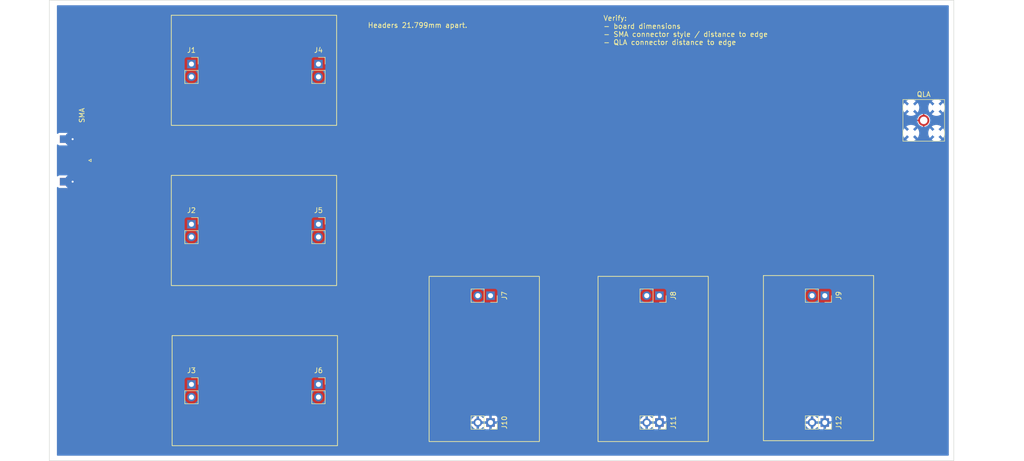
<source format=kicad_pcb>
(kicad_pcb (version 20211014) (generator pcbnew)
  (layers (0 "F.Cu" signal) (31 "B.Cu" signal) (34 "B.Paste" user) (35 "F.Paste" user) (36 "B.SilkS" user "B.Silkscreen") (37 "F.SilkS" user "F.Silkscreen") (38 "B.Mask" user) (39 "F.Mask" user) (44 "Edge.Cuts" user))
  (net 0 "")
  (net 1 "Net-(J4-Pad1)")
  (net 2 "GND")
  (net 3 "Net-(J1-Pad1)")
  (footprint "Connector_PinSocket_2.54mm:PinSocket_1x02_P2.54mm_Vertical" (layer "F.Cu") (at 57.8505 82.75)
    (fp_text reference "J2" (at 0 -2.77) (layer "F.SilkS"))
    (fp_text value "Conn_01x02_Female")
    (fp_line (start 1.33 -1.33) (end 1.33 0) (layer "F.SilkS") (width 0.12))
    (fp_line (start 1.33 1.27) (end 1.33 3.87) (layer "F.SilkS") (width 0.12))
    (fp_line (start 0 -1.33) (end 1.33 -1.33) (layer "F.SilkS") (width 0.12))
    (fp_line (start -1.33 3.87) (end 1.33 3.87) (layer "F.SilkS") (width 0.12))
    (fp_line (start -1.33 1.27) (end 1.33 1.27) (layer "F.SilkS") (width 0.12))
    (fp_line (start -1.33 1.27) (end -1.33 3.87) (layer "F.SilkS") (width 0.12))
    (pad "1" thru_hole rect (at 0 0) (size 1.7 1.7) (drill 1) (layers *.Cu *.Mask) (net 3 "Net-(J1-Pad1)"))
    (pad "2" thru_hole oval (at 0 2.54) (size 1.7 1.7) (drill 1) (layers *.Cu *.Mask) (net 3 "Net-(J1-Pad1)"))
  )
  (footprint "Connector_PinSocket_2.54mm:PinSocket_1x02_P2.54mm_Vertical" (layer "F.Cu") (at 184.25 122.3695 -90)
    (fp_text reference "J12" (at 0 -2.77 90) (layer "F.SilkS"))
    (fp_text value "Conn_01x02_Female")
    (fp_line (start -1.33 3.87) (end 1.33 3.87) (layer "F.SilkS") (width 0.12))
    (fp_line (start 0 -1.33) (end 1.33 -1.33) (layer "F.SilkS") (width 0.12))
    (fp_line (start -1.33 1.27) (end -1.33 3.87) (layer "F.SilkS") (width 0.12))
    (fp_line (start 1.33 -1.33) (end 1.33 0) (layer "F.SilkS") (width 0.12))
    (fp_line (start 1.33 1.27) (end 1.33 3.87) (layer "F.SilkS") (width 0.12))
    (fp_line (start -1.33 1.27) (end 1.33 1.27) (layer "F.SilkS") (width 0.12))
    (pad "1" thru_hole rect (at 0 0 270) (size 1.7 1.7) (drill 1) (layers *.Cu *.Mask) (net 2 "GND"))
    (pad "2" thru_hole oval (at 0 2.54 270) (size 1.7 1.7) (drill 1) (layers *.Cu *.Mask) (net 2 "GND"))
  )
  (footprint "Connector_PinSocket_2.54mm:PinSocket_1x02_P2.54mm_Vertical" (layer "F.Cu") (at 83.19914 114.75)
    (fp_text reference "J6" (at 0 -2.77) (layer "F.SilkS"))
    (fp_text value "Conn_01x02_Female")
    (fp_line (start -1.33 1.27) (end -1.33 3.87) (layer "F.SilkS") (width 0.12))
    (fp_line (start 1.33 -1.33) (end 1.33 0) (layer "F.SilkS") (width 0.12))
    (fp_line (start -1.33 1.27) (end 1.33 1.27) (layer "F.SilkS") (width 0.12))
    (fp_line (start 0 -1.33) (end 1.33 -1.33) (layer "F.SilkS") (width 0.12))
    (fp_line (start -1.33 3.87) (end 1.33 3.87) (layer "F.SilkS") (width 0.12))
    (fp_line (start 1.33 1.27) (end 1.33 3.87) (layer "F.SilkS") (width 0.12))
    (pad "1" thru_hole rect (at 0 0) (size 1.7 1.7) (drill 1) (layers *.Cu *.Mask) (net 1 "Net-(J4-Pad1)"))
    (pad "2" thru_hole oval (at 0 2.54) (size 1.7 1.7) (drill 1) (layers *.Cu *.Mask) (net 1 "Net-(J4-Pad1)"))
  )
  (footprint "Connector_Coaxial:SMA_Amphenol_132289_EdgeMount" (layer "F.Cu") (at 34.1375 70 180)
    (fp_text reference "SMA" (at -1.8625 9 90) (layer "F.SilkS"))
    (fp_text value "Conn_Coaxial")
    (fp_line (start -3.71 0.25) (end -3.21 0) (layer "F.SilkS") (width 0.12))
    (fp_line (start -3.21 0) (end -3.71 -0.25) (layer "F.SilkS") (width 0.12))
    (fp_line (start -3.71 -0.25) (end -3.71 0.25) (layer "F.SilkS") (width 0.12))
    (pad "1" smd rect (at 0 0 270) (size 1.5 5.08) (layers "F.Cu" "F.Paste" "F.Mask") (net 3 "Net-(J1-Pad1)"))
    (pad "2" smd rect (at 0 -4.25 270) (size 1.5 5.08) (layers "B.Cu" "B.Paste" "B.Mask") (net 2 "GND"))
    (pad "2" smd rect (at 0 4.25 270) (size 1.5 5.08) (layers "F.Cu" "F.Paste" "F.Mask") (net 2 "GND"))
    (pad "2" smd rect (at 0 4.25 270) (size 1.5 5.08) (layers "B.Cu" "B.Paste" "B.Mask") (net 2 "GND"))
    (pad "2" smd rect (at 0 -4.25 270) (size 1.5 5.08) (layers "F.Cu" "F.Paste" "F.Mask") (net 2 "GND"))
  )
  (footprint "Connector_PinSocket_2.54mm:PinSocket_1x02_P2.54mm_Vertical" (layer "F.Cu") (at 57.8505 114.75)
    (fp_text reference "J3" (at 0 -2.77) (layer "F.SilkS"))
    (fp_text value "Conn_01x02_Female")
    (fp_line (start -1.33 1.27) (end -1.33 3.87) (layer "F.SilkS") (width 0.12))
    (fp_line (start -1.33 3.87) (end 1.33 3.87) (layer "F.SilkS") (width 0.12))
    (fp_line (start 1.33 -1.33) (end 1.33 0) (layer "F.SilkS") (width 0.12))
    (fp_line (start -1.33 1.27) (end 1.33 1.27) (layer "F.SilkS") (width 0.12))
    (fp_line (start 1.33 1.27) (end 1.33 3.87) (layer "F.SilkS") (width 0.12))
    (fp_line (start 0 -1.33) (end 1.33 -1.33) (layer "F.SilkS") (width 0.12))
    (pad "1" thru_hole rect (at 0 0) (size 1.7 1.7) (drill 1) (layers *.Cu *.Mask) (net 3 "Net-(J1-Pad1)"))
    (pad "2" thru_hole oval (at 0 2.54) (size 1.7 1.7) (drill 1) (layers *.Cu *.Mask) (net 3 "Net-(J1-Pad1)"))
  )
  (footprint "Connector_PinSocket_2.54mm:PinSocket_1x02_P2.54mm_Vertical" (layer "F.Cu") (at 57.8505 50.75)
    (fp_text reference "J1" (at 0 -2.77) (layer "F.SilkS"))
    (fp_text value "Conn_01x02_Female")
    (fp_line (start 1.33 1.27) (end 1.33 3.87) (layer "F.SilkS") (width 0.12))
    (fp_line (start -1.33 1.27) (end -1.33 3.87) (layer "F.SilkS") (width 0.12))
    (fp_line (start -1.33 3.87) (end 1.33 3.87) (layer "F.SilkS") (width 0.12))
    (fp_line (start 1.33 -1.33) (end 1.33 0) (layer "F.SilkS") (width 0.12))
    (fp_line (start 0 -1.33) (end 1.33 -1.33) (layer "F.SilkS") (width 0.12))
    (fp_line (start -1.33 1.27) (end 1.33 1.27) (layer "F.SilkS") (width 0.12))
    (pad "1" thru_hole rect (at 0 0) (size 1.7 1.7) (drill 1) (layers *.Cu *.Mask) (net 3 "Net-(J1-Pad1)"))
    (pad "2" thru_hole oval (at 0 2.54) (size 1.7 1.7) (drill 1) (layers *.Cu *.Mask) (net 3 "Net-(J1-Pad1)"))
  )
  (footprint "Connector_PinSocket_2.54mm:PinSocket_1x02_P2.54mm_Vertical" (layer "F.Cu") (at 83.19914 50.75)
    (fp_text reference "J4" (at 0 -2.77) (layer "F.SilkS"))
    (fp_text value "Conn_01x02_Female")
    (fp_line (start 0 -1.33) (end 1.33 -1.33) (layer "F.SilkS") (width 0.12))
    (fp_line (start -1.33 1.27) (end -1.33 3.87) (layer "F.SilkS") (width 0.12))
    (fp_line (start 1.33 -1.33) (end 1.33 0) (layer "F.SilkS") (width 0.12))
    (fp_line (start -1.33 3.87) (end 1.33 3.87) (layer "F.SilkS") (width 0.12))
    (fp_line (start -1.33 1.27) (end 1.33 1.27) (layer "F.SilkS") (width 0.12))
    (fp_line (start 1.33 1.27) (end 1.33 3.87) (layer "F.SilkS") (width 0.12))
    (pad "1" thru_hole rect (at 0 0) (size 1.7 1.7) (drill 1) (layers *.Cu *.Mask) (net 1 "Net-(J4-Pad1)"))
    (pad "2" thru_hole oval (at 0 2.54) (size 1.7 1.7) (drill 1) (layers *.Cu *.Mask) (net 1 "Net-(J4-Pad1)"))
  )
  (footprint "Connector_PinSocket_2.54mm:PinSocket_1x02_P2.54mm_Vertical" (layer "F.Cu") (at 184.25 97.0205 -90)
    (fp_text reference "J9" (at 0 -2.77 90) (layer "F.SilkS"))
    (fp_text value "Conn_01x02_Female")
    (fp_line (start -1.33 1.27) (end 1.33 1.27) (layer "F.SilkS") (width 0.12))
    (fp_line (start 0 -1.33) (end 1.33 -1.33) (layer "F.SilkS") (width 0.12))
    (fp_line (start -1.33 3.87) (end 1.33 3.87) (layer "F.SilkS") (width 0.12))
    (fp_line (start 1.33 -1.33) (end 1.33 0) (layer "F.SilkS") (width 0.12))
    (fp_line (start -1.33 1.27) (end -1.33 3.87) (layer "F.SilkS") (width 0.12))
    (fp_line (start 1.33 1.27) (end 1.33 3.87) (layer "F.SilkS") (width 0.12))
    (pad "1" thru_hole rect (at 0 0 270) (size 1.7 1.7) (drill 1) (layers *.Cu *.Mask) (net 1 "Net-(J4-Pad1)"))
    (pad "2" thru_hole oval (at 0 2.54 270) (size 1.7 1.7) (drill 1) (layers *.Cu *.Mask) (net 1 "Net-(J4-Pad1)"))
  )
  (footprint "Connector_PinSocket_2.54mm:PinSocket_1x02_P2.54mm_Vertical" (layer "F.Cu") (at 117.54 122.3695 -90)
    (fp_text reference "J10" (at 0 -2.77 90) (layer "F.SilkS"))
    (fp_text value "Conn_01x02_Female")
    (fp_line (start -1.33 3.87) (end 1.33 3.87) (layer "F.SilkS") (width 0.12))
    (fp_line (start -1.33 1.27) (end -1.33 3.87) (layer "F.SilkS") (width 0.12))
    (fp_line (start 0 -1.33) (end 1.33 -1.33) (layer "F.SilkS") (width 0.12))
    (fp_line (start 1.33 1.27) (end 1.33 3.87) (layer "F.SilkS") (width 0.12))
    (fp_line (start 1.33 -1.33) (end 1.33 0) (layer "F.SilkS") (width 0.12))
    (fp_line (start -1.33 1.27) (end 1.33 1.27) (layer "F.SilkS") (width 0.12))
    (pad "1" thru_hole rect (at 0 0 270) (size 1.7 1.7) (drill 1) (layers *.Cu *.Mask) (net 2 "GND"))
    (pad "2" thru_hole oval (at 0 2.54 270) (size 1.7 1.7) (drill 1) (layers *.Cu *.Mask) (net 2 "GND"))
  )
  (footprint "Connector_PinSocket_2.54mm:PinSocket_1x02_P2.54mm_Vertical" (layer "F.Cu") (at 83.19914 82.75)
    (fp_text reference "J5" (at 0 -2.77) (layer "F.SilkS"))
    (fp_text value "Conn_01x02_Female")
    (fp_line (start 1.33 1.27) (end 1.33 3.87) (layer "F.SilkS") (width 0.12))
    (fp_line (start 1.33 -1.33) (end 1.33 0) (layer "F.SilkS") (width 0.12))
    (fp_line (start -1.33 1.27) (end 1.33 1.27) (layer "F.SilkS") (width 0.12))
    (fp_line (start -1.33 1.27) (end -1.33 3.87) (layer "F.SilkS") (width 0.12))
    (fp_line (start -1.33 3.87) (end 1.33 3.87) (layer "F.SilkS") (width 0.12))
    (fp_line (start 0 -1.33) (end 1.33 -1.33) (layer "F.SilkS") (width 0.12))
    (pad "1" thru_hole rect (at 0 0) (size 1.7 1.7) (drill 1) (layers *.Cu *.Mask) (net 1 "Net-(J4-Pad1)"))
    (pad "2" thru_hole oval (at 0 2.54) (size 1.7 1.7) (drill 1) (layers *.Cu *.Mask) (net 1 "Net-(J4-Pad1)"))
  )
  (footprint "Connector_PinSocket_2.54mm:PinSocket_1x02_P2.54mm_Vertical" (layer "F.Cu") (at 151.25 122.3695 -90)
    (fp_text reference "J11" (at 0 -2.77 90) (layer "F.SilkS"))
    (fp_text value "Conn_01x02_Female")
    (fp_line (start -1.33 3.87) (end 1.33 3.87) (layer "F.SilkS") (width 0.12))
    (fp_line (start -1.33 1.27) (end -1.33 3.87) (layer "F.SilkS") (width 0.12))
    (fp_line (start 0 -1.33) (end 1.33 -1.33) (layer "F.SilkS") (width 0.12))
    (fp_line (start 1.33 -1.33) (end 1.33 0) (layer "F.SilkS") (width 0.12))
    (fp_line (start -1.33 1.27) (end 1.33 1.27) (layer "F.SilkS") (width 0.12))
    (fp_line (start 1.33 1.27) (end 1.33 3.87) (layer "F.SilkS") (width 0.12))
    (pad "1" thru_hole rect (at 0 0 270) (size 1.7 1.7) (drill 1) (layers *.Cu *.Mask) (net 2 "GND"))
    (pad "2" thru_hole oval (at 0 2.54 270) (size 1.7 1.7) (drill 1) (layers *.Cu *.Mask) (net 2 "GND"))
  )
  (footprint "Connector_PinSocket_2.54mm:PinSocket_1x02_P2.54mm_Vertical" (layer "F.Cu") (at 151.25 97.0205 -90)
    (fp_text reference "J8" (at 0 -2.77 90) (layer "F.SilkS"))
    (fp_text value "Conn_01x02_Female")
    (fp_line (start -1.33 3.87) (end 1.33 3.87) (layer "F.SilkS") (width 0.12))
    (fp_line (start -1.33 1.27) (end -1.33 3.87) (layer "F.SilkS") (width 0.12))
    (fp_line (start 0 -1.33) (end 1.33 -1.33) (layer "F.SilkS") (width 0.12))
    (fp_line (start -1.33 1.27) (end 1.33 1.27) (layer "F.SilkS") (width 0.12))
    (fp_line (start 1.33 -1.33) (end 1.33 0) (layer "F.SilkS") (width 0.12))
    (fp_line (start 1.33 1.27) (end 1.33 3.87) (layer "F.SilkS") (width 0.12))
    (pad "1" thru_hole rect (at 0 0 270) (size 1.7 1.7) (drill 1) (layers *.Cu *.Mask) (net 1 "Net-(J4-Pad1)"))
    (pad "2" thru_hole oval (at 0 2.54 270) (size 1.7 1.7) (drill 1) (layers *.Cu *.Mask) (net 1 "Net-(J4-Pad1)"))
  )
  (footprint "Connector_PinSocket_2.54mm:PinSocket_1x02_P2.54mm_Vertical" (layer "F.Cu") (at 117.54 97.0205 -90)
    (fp_text reference "J7" (at 0 -2.77 90) (layer "F.SilkS"))
    (fp_text value "Conn_01x02_Female")
    (fp_line (start 1.33 -1.33) (end 1.33 0) (layer "F.SilkS") (width 0.12))
    (fp_line (start -1.33 1.27) (end -1.33 3.87) (layer "F.SilkS") (width 0.12))
    (fp_line (start 1.33 1.27) (end 1.33 3.87) (layer "F.SilkS") (width 0.12))
    (fp_line (start -1.33 3.87) (end 1.33 3.87) (layer "F.SilkS") (width 0.12))
    (fp_line (start 0 -1.33) (end 1.33 -1.33) (layer "F.SilkS") (width 0.12))
    (fp_line (start -1.33 1.27) (end 1.33 1.27) (layer "F.SilkS") (width 0.12))
    (pad "1" thru_hole rect (at 0 0 270) (size 1.7 1.7) (drill 1) (layers *.Cu *.Mask) (net 1 "Net-(J4-Pad1)"))
    (pad "2" thru_hole oval (at 0 2.54 270) (size 1.7 1.7) (drill 1) (layers *.Cu *.Mask) (net 1 "Net-(J4-Pad1)"))
  )
  (footprint "Connector_Coaxial:SMA_Amphenol_132203-12_Horizontal" (layer "F.Cu") (at 204 62 -90)
    (fp_text reference "QLA" (at -5.2 0) (layer "F.SilkS"))
    (fp_text value "Conn_Coaxial")
    (fp_line (start 4.15 -4.15) (end 4.15 4.15) (layer "F.SilkS") (width 0.12))
    (fp_line (start -4.15 -4.15) (end 4.15 -4.15) (layer "F.SilkS") (width 0.12))
    (fp_line (start -4.15 4.15) (end 4.15 4.15) (layer "F.SilkS") (width 0.12))
    (fp_line (start -4.15 -4.15) (end -4.15 4.15) (layer "F.SilkS") (width 0.12))
    (pad "1" thru_hole circle (at 0 0 270) (size 2.25 2.25) (drill 1.5) (layers *.Cu *.Mask) (remove_unused_layers) (net 1 "Net-(J4-Pad1)"))
    (pad "2" thru_hole circle (at -2.54 -2.54 270) (size 2.25 2.25) (drill 1.7) (layers *.Cu *.Mask) (remove_unused_layers) (net 2 "GND"))
    (pad "2" thru_hole circle (at 2.54 2.54) (size 2.25 2.25) (drill 1.7) (layers *.Cu *.Mask) (remove_unused_layers) (net 2 "GND"))
    (pad "2" thru_hole circle (at 2.54 -2.54 270) (size 2.25 2.25) (drill 1.7) (layers *.Cu *.Mask) (remove_unused_layers) (net 2 "GND"))
    (pad "2" thru_hole circle (at -2.54 2.54 270) (size 2.25 2.25) (drill 1.7) (layers *.Cu *.Mask) (remove_unused_layers) (net 2 "GND"))
  )
  (gr_rect (start 172 126) (end 194 93) (layer "F.SilkS") (width 0.15) (fill none))
  (gr_rect (start 54 105) (end 87 127) (layer "F.SilkS") (width 0.15) (fill none))
  (gr_rect (start 105.29 126.17) (end 127.29 93.17) (layer "F.SilkS") (width 0.15) (fill none))
  (gr_rect (start 139 126.17) (end 161 93.17) (layer "F.SilkS") (width 0.15) (fill none))
  (gr_rect (start 53.83 41) (end 86.83 63) (layer "F.SilkS") (width 0.15) (fill none))
  (gr_rect (start 53.83 73) (end 86.83 95) (layer "F.SilkS") (width 0.15) (fill none))
  (gr_rect (start 29.5 38) (end 210 130) (layer "Edge.Cuts") (width 0.1) (fill none))
  (gr_text "Verify:\n- board dimensions\n- SMA connector style / distance to edge\n- QLA connector distance to edge" (at 140 44) (layer "F.SilkS") (effects (font (size 1 1)) (justify left)))
  (gr_text "Headers 21.799mm apart." (at 103 43) (layer "F.SilkS") (effects (font (size 1 1))))
  (segment (start 195 70) (end 195 62) (width 3.175) (layer "F.Cu") (net 1))
  (segment (start 83 87) (end 83.29 87.29) (width 3.175) (layer "F.Cu") (net 1))
  (segment (start 148.29 87.29) (end 149 88) (width 3.175) (layer "F.Cu") (net 1))
  (segment (start 148.71 97.0205) (end 187.9795 97.0205) (width 3.175) (layer "F.Cu") (net 1))
  (segment (start 148.71 97.0205) (end 112.0205 97.0205) (width 3.175) (layer "F.Cu") (net 1))
  (segment (start 195 62) (end 195 55) (width 3.175) (layer "F.Cu") (net 1))
  (segment (start 203 70) (end 204 70) (width 3.175) (layer "F.Cu") (net 1))
  (segment (start 83.19914 47) (end 83.19914 121) (width 3.175) (layer "F.Cu") (net 1))
  (segment (start 148.58 87) (end 192 87) (width 3.175) (layer "F.Cu") (net 1))
  (segment (start 196 62) (end 204 62) (width 0.25) (layer "F.Cu") (net 1))
  (segment (start 187.9795 97.0205) (end 188 97) (width 3.175) (layer "F.Cu") (net 1))
  (segment (start 195 70) (end 203 70) (width 3.175) (layer "F.Cu") (net 1))
  (segment (start 83.29 87.29) (end 148.29 87.29) (width 3.175) (layer "F.Cu") (net 1))
  (segment (start 195 55) (end 196 54) (width 3.175) (layer "F.Cu") (net 1))
  (segment (start 148.29 87.29) (end 148.58 87) (width 3.175) (layer "F.Cu") (net 1))
  (segment (start 204 70) (end 204 54) (width 0.25) (layer "F.Cu") (net 1))
  (segment (start 195 84) (end 195 70) (width 3.175) (layer "F.Cu") (net 1))
  (segment (start 196 54) (end 204 54) (width 3.175) (layer "F.Cu") (net 1))
  (segment (start 192 87) (end 195 84) (width 3.175) (layer "F.Cu") (net 1))
  (segment (start 148.71 97.0205) (end 148.71 88.29) (width 3.175) (layer "F.Cu") (net 1))
  (via (at 34.1375 74.25) (size 0.8) (drill 0.4) (layers "F.Cu" "B.Cu") (net 2))
  (via (at 34.1375 65.75) (size 0.8) (drill 0.4) (layers "F.Cu" "B.Cu") (net 2))
  (segment (start 34.1375 65.75) (end 39 65.75) (width 3.175) (layer "B.Cu") (net 2))
  (segment (start 34.1375 74.25) (end 38.75 74.25) (width 3.175) (layer "B.Cu") (net 2))
  (segment (start 57.925 47.075) (end 57.925 70) (width 3.175) (layer "F.Cu") (net 3))
  (segment (start 34.1375 70) (end 57.925 70) (width 3.175) (layer "F.Cu") (net 3))
  (segment (start 57.925 70) (end 57.925 120.925) (width 3.175) (layer "F.Cu") (net 3))
  (zone (net 2) (net_name "GND") (layer "B.Cu") (connect_pads (clearance 0.508)) (min_thickness 0.254) (fill yes (thermal_gap 0.508) (thermal_bridge_width 0.508))
    (polygon (pts (xy 209 129) (xy 31 129) (xy 31 39) (xy 209 39)))
  )
)
</source>
